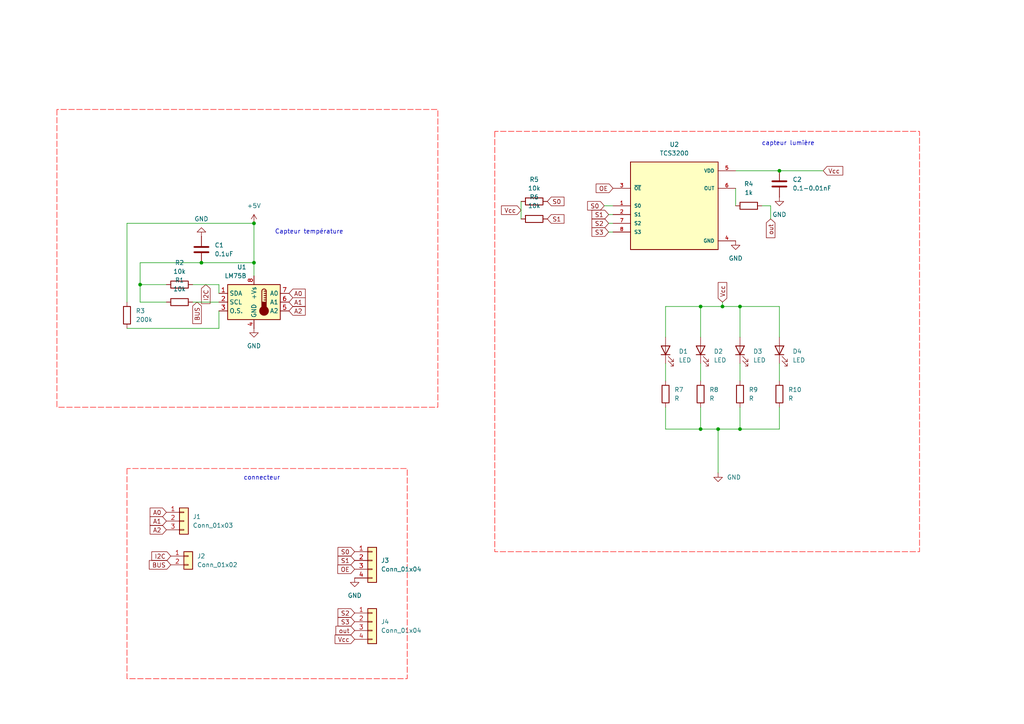
<source format=kicad_sch>
(kicad_sch (version 20250114) (generator "eeschema") (generator_version "9.0")
  (paper "A4")
  (lib_symbols
    (symbol "Connector_Generic:Conn_01x02" (pin_names (offset 1.016) (hide yes))
      (property "Reference" "J" (at 0 2.54 0))
      (property "Value" "Conn_01x02" (at 0 -5.08 0))
      (symbol "Conn_01x02_1_1"
        (rectangle (start -1.27 1.27) (end 1.27 -3.81) (stroke (width 0.254)) (fill (type background)))
        (rectangle (start -1.27 0.127) (end 0 -0.127) (stroke (width 0.1524)))
        (rectangle (start -1.27 -2.413) (end 0 -2.667) (stroke (width 0.1524)))
        (pin passive line (at -5.08 0 0) (length 3.81) (name "Pin_1") (number "1"))
        (pin passive line (at -5.08 -2.54 0) (length 3.81) (name "Pin_2") (number "2"))
      )
    )
    (symbol "Connector_Generic:Conn_01x03" (pin_names (offset 1.016) (hide yes))
      (property "Reference" "J" (at 0 5.08 0))
      (property "Value" "Conn_01x03" (at 0 -5.08 0))
      (symbol "Conn_01x03_1_1"
        (rectangle (start -1.27 3.81) (end 1.27 -3.81) (stroke (width 0.254)) (fill (type background)))
        (rectangle (start -1.27 2.667) (end 0 2.413) (stroke (width 0.1524)))
        (rectangle (start -1.27 0.127) (end 0 -0.127) (stroke (width 0.1524)))
        (rectangle (start -1.27 -2.413) (end 0 -2.667) (stroke (width 0.1524)))
        (pin passive line (at -5.08 2.54 0) (length 3.81) (name "Pin_1") (number "1"))
        (pin passive line (at -5.08 0 0) (length 3.81) (name "Pin_2") (number "2"))
        (pin passive line (at -5.08 -2.54 0) (length 3.81) (name "Pin_3") (number "3"))
      )
    )
    (symbol "Connector_Generic:Conn_01x04" (pin_names (offset 1.016) (hide yes))
      (property "Reference" "J" (at 0 5.08 0))
      (property "Value" "Conn_01x04" (at 0 -7.62 0))
      (symbol "Conn_01x04_1_1"
        (rectangle (start -1.27 3.81) (end 1.27 -6.35) (stroke (width 0.254)) (fill (type background)))
        (rectangle (start -1.27 2.667) (end 0 2.413) (stroke (width 0.1524)))
        (rectangle (start -1.27 0.127) (end 0 -0.127) (stroke (width 0.1524)))
        (rectangle (start -1.27 -2.413) (end 0 -2.667) (stroke (width 0.1524)))
        (rectangle (start -1.27 -4.953) (end 0 -5.207) (stroke (width 0.1524)))
        (pin passive line (at -5.08 2.54 0) (length 3.81) (name "Pin_1") (number "1"))
        (pin passive line (at -5.08 0 0) (length 3.81) (name "Pin_2") (number "2"))
        (pin passive line (at -5.08 -2.54 0) (length 3.81) (name "Pin_3") (number "3"))
        (pin passive line (at -5.08 -5.08 0) (length 3.81) (name "Pin_4") (number "4"))
      )
    )
    (symbol "Device:C" (pin_numbers (hide yes)) (pin_names (offset 0.254))
      (property "Reference" "C" (at 0.635 2.54 0))
      (property "Value" "C" (at 0.635 -2.54 0))
      (symbol "C_0_1"
        (polyline (pts (xy -2.032 0.762) (xy 2.032 0.762)) (stroke (width 0.508)))
        (polyline (pts (xy -2.032 -0.762) (xy 2.032 -0.762)) (stroke (width 0.508)))
      )
      (symbol "C_1_1"
        (pin passive line (at 0 3.81 270) (length 2.794) (name "~") (number "1"))
        (pin passive line (at 0 -3.81 90) (length 2.794) (name "~") (number "2"))
      )
    )
    (symbol "Device:LED" (pin_numbers (hide yes)) (pin_names (offset 1.016) (hide yes))
      (property "Reference" "D" (at 0 2.54 0))
      (property "Value" "LED" (at 0 -2.54 0))
      (symbol "LED_0_1"
        (polyline (pts (xy -3.048 -0.762) (xy -4.572 -2.286) (xy -3.81 -2.286) (xy -4.572 -2.286) (xy -4.572 -1.524)))
        (polyline (pts (xy -1.778 -0.762) (xy -3.302 -2.286) (xy -2.54 -2.286) (xy -3.302 -2.286) (xy -3.302 -1.524)))
        (polyline (pts (xy -1.27 0) (xy 1.27 0)))
        (polyline (pts (xy -1.27 -1.27) (xy -1.27 1.27)) (stroke (width 0.254)))
        (polyline (pts (xy 1.27 -1.27) (xy 1.27 1.27) (xy -1.27 0) (xy 1.27 -1.27)) (stroke (width 0.254)))
      )
      (symbol "LED_1_1"
        (pin passive line (at -3.81 0 0) (length 2.54) (name "K") (number "1"))
        (pin passive line (at 3.81 0 180) (length 2.54) (name "A") (number "2"))
      )
    )
    (symbol "Device:R" (pin_numbers (hide yes)) (pin_names (offset 0))
      (property "Reference" "R" (at 2.032 0 90))
      (property "Value" "R" (at 0 0 90))
      (symbol "R_0_1"
        (rectangle (start -1.016 -2.54) (end 1.016 2.54) (stroke (width 0.254)))
      )
      (symbol "R_1_1"
        (pin passive line (at 0 3.81 270) (length 1.27) (name "~") (number "1"))
        (pin passive line (at 0 -3.81 90) (length 1.27) (name "~") (number "2"))
      )
    )
    (symbol "Sensor_Temperature:LM75B"
      (property "Reference" "U" (at -6.35 11.43 0))
      (property "Value" "LM75B" (at 0 11.43 0))
      (symbol "LM75B_0_1"
        (rectangle (start -7.62 5.08) (end 7.62 -5.08) (stroke (width 0.254)) (fill (type background)))
        (polyline (pts (xy -3.556 3.175) (xy -3.556 0)) (stroke (width 0.254)))
        (polyline (pts (xy -3.556 3.175) (xy -2.921 3.175)) (stroke (width 0.254)))
        (polyline (pts (xy -3.556 2.54) (xy -2.921 2.54)) (stroke (width 0.254)))
        (polyline (pts (xy -3.556 1.905) (xy -2.921 1.905)) (stroke (width 0.254)))
        (polyline (pts (xy -3.556 1.27) (xy -2.921 1.27)) (stroke (width 0.254)))
        (polyline (pts (xy -3.556 0.635) (xy -2.921 0.635)) (stroke (width 0.254)))
        (rectangle (start -3.556 0) (end -2.286 -1.905) (stroke (width 0.254)) (fill (type outline)))
        (arc (start -3.556 3.175) (mid -2.921 3.8073) (end -2.286 3.175) (stroke (width 0.254)))
        (circle (center -2.921 -2.54) (radius 1.27) (stroke (width 0.254)) (fill (type outline)))
        (polyline (pts (xy -2.286 3.175) (xy -2.286 0)) (stroke (width 0.254)))
      )
      (symbol "LM75B_1_1"
        (pin input line (at -10.16 2.54 0) (length 2.54) (name "A0") (number "7"))
        (pin input line (at -10.16 0 0) (length 2.54) (name "A1") (number "6"))
        (pin input line (at -10.16 -2.54 0) (length 2.54) (name "A2") (number "5"))
        (pin power_in line (at 0 7.62 270) (length 2.54) (name "+Vs") (number "8"))
        (pin power_in line (at 0 -7.62 90) (length 2.54) (name "GND") (number "4"))
        (pin bidirectional line (at 10.16 2.54 180) (length 2.54) (name "SDA") (number "1"))
        (pin input line (at 10.16 0 180) (length 2.54) (name "SCL") (number "2"))
        (pin open_collector line (at 10.16 -2.54 180) (length 2.54) (name "O.S.") (number "3"))
      )
    )
    (symbol "TCS3200:TCS3200" (pin_names (offset 1.016))
      (property "Reference" "U" (at -12.7 13.7 0))
      (property "Value" "TCS3200" (at -12.7 -15.24 0))
      (symbol "TCS3200_0_0"
        (rectangle (start -12.7 -12.7) (end 12.7 12.7) (stroke (width 0.254)) (fill (type background)))
        (pin input line (at -17.78 5.08 0) (length 5.08) (name "~{OE}") (number "3"))
        (pin input line (at -17.78 0 0) (length 5.08) (name "S0") (number "1"))
        (pin input line (at -17.78 -2.54 0) (length 5.08) (name "S1") (number "2"))
        (pin input line (at -17.78 -5.08 0) (length 5.08) (name "S2") (number "7"))
        (pin input line (at -17.78 -7.62 0) (length 5.08) (name "S3") (number "8"))
        (pin power_in line (at 17.78 10.16 180) (length 5.08) (name "VDD") (number "5"))
        (pin output line (at 17.78 5.08 180) (length 5.08) (name "OUT") (number "6"))
        (pin power_in line (at 17.78 -10.16 180) (length 5.08) (name "GND") (number "4"))
      )
    )
    (symbol "power:+5V" (power) (pin_numbers (hide yes)) (pin_names (offset 0) (hide yes))
      (property "Value" "+5V" (at 0 3.556 0))
      (symbol "+5V_0_1"
        (polyline (pts (xy -0.762 1.27) (xy 0 2.54)))
        (polyline (pts (xy 0 2.54) (xy 0.762 1.27)))
        (polyline (pts (xy 0 0) (xy 0 2.54)))
      )
      (symbol "+5V_1_1"
        (pin power_in line (at 0 0 90) (length 0) (name "~") (number "1"))
      )
    )
    (symbol "power:GND" (power) (pin_numbers (hide yes)) (pin_names (offset 0) (hide yes))
      (property "Value" "GND" (at 0 -3.81 0))
      (symbol "GND_0_1"
        (polyline (pts (xy 0 0) (xy 0 -1.27) (xy 1.27 -1.27) (xy 0 -2.54) (xy -1.27 -1.27) (xy 0 -1.27)))
      )
      (symbol "GND_1_1"
        (pin power_in line (at 0 0 270) (length 0) (name "~") (number "1"))
      )
    )
  )
  (text "capteur lumière\n" (at 228.6 41.656 0) (effects (font (size 1.27 1.27))))
  (text "connecteur\n" (at 75.946 138.684 0) (effects (font (size 1.27 1.27))))
  (text "Capteur température\n" (at 89.662 67.31 0) (effects (font (size 1.27 1.27))))
  (junction (at 208.28 124.46))
  (junction (at 214.63 88.9))
  (junction (at 214.63 124.46))
  (junction (at 58.42 76.2))
  (junction (at 203.2 124.46))
  (junction (at 73.66 64.77))
  (junction (at 40.64 82.55))
  (junction (at 203.2 88.9))
  (junction (at 73.66 76.2))
  (junction (at 209.55 88.9))
  (junction (at 226.06 49.53))
  (wire (pts (xy 193.04 105.41) (xy 193.04 110.49)))
  (wire (pts (xy 193.04 88.9) (xy 203.2 88.9)))
  (wire (pts (xy 214.63 88.9) (xy 214.63 97.79)))
  (wire (pts (xy 40.64 82.55) (xy 40.64 76.2)))
  (wire (pts (xy 175.26 59.69) (xy 177.8 59.69)))
  (wire (pts (xy 214.63 118.11) (xy 214.63 124.46)))
  (wire (pts (xy 223.52 59.69) (xy 220.98 59.69)))
  (wire (pts (xy 63.5 95.25) (xy 63.5 90.17)))
  (wire (pts (xy 40.64 76.2) (xy 58.42 76.2)))
  (wire (pts (xy 176.53 64.77) (xy 177.8 64.77)))
  (wire (pts (xy 209.55 88.9) (xy 214.63 88.9)))
  (wire (pts (xy 208.28 124.46) (xy 214.63 124.46)))
  (wire (pts (xy 193.04 118.11) (xy 193.04 124.46)))
  (wire (pts (xy 55.88 87.63) (xy 63.5 87.63)))
  (wire (pts (xy 209.55 87.63) (xy 209.55 88.9)))
  (wire (pts (xy 214.63 105.41) (xy 214.63 110.49)))
  (wire (pts (xy 63.5 82.55) (xy 63.5 85.09)))
  (wire (pts (xy 193.04 124.46) (xy 203.2 124.46)))
  (wire (pts (xy 55.88 82.55) (xy 63.5 82.55)))
  (wire (pts (xy 73.66 64.77) (xy 73.66 76.2)))
  (wire (pts (xy 36.83 64.77) (xy 73.66 64.77)))
  (wire (pts (xy 176.53 62.23) (xy 177.8 62.23)))
  (wire (pts (xy 151.13 58.42) (xy 151.13 63.5)))
  (wire (pts (xy 176.53 67.31) (xy 177.8 67.31)))
  (wire (pts (xy 223.52 63.5) (xy 223.52 59.69)))
  (wire (pts (xy 213.36 59.69) (xy 213.36 54.61)))
  (wire (pts (xy 40.64 87.63) (xy 40.64 82.55)))
  (wire (pts (xy 226.06 88.9) (xy 226.06 97.79)))
  (wire (pts (xy 36.83 95.25) (xy 63.5 95.25)))
  (wire (pts (xy 48.26 87.63) (xy 40.64 87.63)))
  (wire (pts (xy 203.2 124.46) (xy 208.28 124.46)))
  (wire (pts (xy 40.64 82.55) (xy 48.26 82.55)))
  (wire (pts (xy 203.2 88.9) (xy 203.2 97.79)))
  (wire (pts (xy 203.2 88.9) (xy 209.55 88.9)))
  (wire (pts (xy 203.2 118.11) (xy 203.2 124.46)))
  (wire (pts (xy 203.2 105.41) (xy 203.2 110.49)))
  (wire (pts (xy 214.63 88.9) (xy 226.06 88.9)))
  (wire (pts (xy 208.28 137.16) (xy 208.28 124.46)))
  (wire (pts (xy 226.06 49.53) (xy 213.36 49.53)))
  (wire (pts (xy 214.63 124.46) (xy 226.06 124.46)))
  (wire (pts (xy 238.76 49.53) (xy 226.06 49.53)))
  (wire (pts (xy 36.83 87.63) (xy 36.83 64.77)))
  (wire (pts (xy 226.06 124.46) (xy 226.06 118.11)))
  (wire (pts (xy 58.42 76.2) (xy 73.66 76.2)))
  (wire (pts (xy 193.04 97.79) (xy 193.04 88.9)))
  (wire (pts (xy 73.66 76.2) (xy 73.66 80.01)))
  (wire (pts (xy 226.06 105.41) (xy 226.06 110.49)))
  (global_label "S1" (shape input) (at 176.53 62.23 180) (property "Intersheetrefs" "${INTERSHEET_REFS}" (effects (hide yes))))
  (global_label "A1" (shape input) (at 48.26 151.13 180) (property "Intersheetrefs" "${INTERSHEET_REFS}" (effects (hide yes))))
  (global_label "BUS" (shape input) (at 49.53 163.83 180) (property "Intersheetrefs" "${INTERSHEET_REFS}" (effects (hide yes))))
  (global_label "S1" (shape input) (at 158.75 63.5 0) (property "Intersheetrefs" "${INTERSHEET_REFS}" (effects (hide yes))))
  (global_label "S2" (shape input) (at 102.87 177.8 180) (property "Intersheetrefs" "${INTERSHEET_REFS}" (effects (hide yes))))
  (global_label "Vcc" (shape input) (at 102.87 185.42 180) (property "Intersheetrefs" "${INTERSHEET_REFS}" (effects (hide yes))))
  (global_label "Vcc" (shape input) (at 209.55 87.63 90) (property "Intersheetrefs" "${INTERSHEET_REFS}" (effects (hide yes))))
  (global_label "S3" (shape input) (at 176.53 67.31 180) (property "Intersheetrefs" "${INTERSHEET_REFS}" (effects (hide yes))))
  (global_label "S0" (shape input) (at 102.87 160.02 180) (property "Intersheetrefs" "${INTERSHEET_REFS}" (effects (hide yes))))
  (global_label "A2" (shape input) (at 48.26 153.67 180) (property "Intersheetrefs" "${INTERSHEET_REFS}" (effects (hide yes))))
  (global_label "I2C" (shape input) (at 49.53 161.29 180) (property "Intersheetrefs" "${INTERSHEET_REFS}" (effects (hide yes))))
  (global_label "A0" (shape input) (at 83.82 85.09 0) (property "Intersheetrefs" "${INTERSHEET_REFS}" (effects (hide yes))))
  (global_label "S1" (shape input) (at 102.87 162.56 180) (property "Intersheetrefs" "${INTERSHEET_REFS}" (effects (hide yes))))
  (global_label "A0" (shape input) (at 48.26 148.59 180) (property "Intersheetrefs" "${INTERSHEET_REFS}" (effects (hide yes))))
  (global_label "OE" (shape input) (at 102.87 165.1 180) (property "Intersheetrefs" "${INTERSHEET_REFS}" (effects (hide yes))))
  (global_label "OE" (shape input) (at 177.8 54.61 180) (property "Intersheetrefs" "${INTERSHEET_REFS}" (effects (hide yes))))
  (global_label "S2" (shape input) (at 176.53 64.77 180) (property "Intersheetrefs" "${INTERSHEET_REFS}" (effects (hide yes))))
  (global_label "out" (shape input) (at 102.87 182.88 180) (property "Intersheetrefs" "${INTERSHEET_REFS}" (effects (hide yes))))
  (global_label "S3" (shape input) (at 102.87 180.34 180) (property "Intersheetrefs" "${INTERSHEET_REFS}" (effects (hide yes))))
  (global_label "BUS" (shape input) (at 57.15 87.63 270) (property "Intersheetrefs" "${INTERSHEET_REFS}" (effects (hide yes))))
  (global_label "S0" (shape input) (at 158.75 58.42 0) (property "Intersheetrefs" "${INTERSHEET_REFS}" (effects (hide yes))))
  (global_label "S0" (shape input) (at 175.26 59.69 180) (property "Intersheetrefs" "${INTERSHEET_REFS}" (effects (hide yes))))
  (global_label "Vcc" (shape input) (at 151.13 60.96 180) (property "Intersheetrefs" "${INTERSHEET_REFS}" (effects (hide yes))))
  (global_label "I2C" (shape input) (at 59.69 82.55 270) (property "Intersheetrefs" "${INTERSHEET_REFS}" (effects (hide yes))))
  (global_label "A2" (shape input) (at 83.82 90.17 0) (property "Intersheetrefs" "${INTERSHEET_REFS}" (effects (hide yes))))
  (global_label "Vcc" (shape input) (at 238.76 49.53 0) (property "Intersheetrefs" "${INTERSHEET_REFS}" (effects (hide yes))))
  (global_label "out" (shape input) (at 223.52 63.5 270) (property "Intersheetrefs" "${INTERSHEET_REFS}" (effects (hide yes))))
  (global_label "A1" (shape input) (at 83.82 87.63 0) (property "Intersheetrefs" "${INTERSHEET_REFS}" (effects (hide yes))))
  (rule_area (polyline (pts (xy 36.83 135.89) (xy 36.83 196.85) (xy 118.11 196.85) (xy 118.11 135.89)) (stroke (width 0) (type dash))))
  (rule_area (polyline (pts (xy 16.51 31.75) (xy 16.51 118.11) (xy 125.73 118.11) (xy 127 118.11) (xy 127 31.75)) (stroke (width 0) (type dash))))
  (rule_area (polyline (pts (xy 143.51 38.1) (xy 143.51 160.02) (xy 266.7 160.02) (xy 266.7 38.1)) (stroke (width 0) (type dash))))
  (symbol (lib_id "Device:C") (at 58.42 72.39 0) (unit 1)
    (property "Reference" "C1" (at 62.23 71.1199 0) (effects (justify left)))
    (property "Value" "0.1uF" (at 62.23 73.6599 0) (effects (justify left)))
    (property "Description" "Unpolarized capacitor" (effects (hide yes)))
  )
  (symbol (lib_id "Device:LED") (at 203.2 101.6 90) (unit 1)
    (property "Reference" "D2" (at 207.01 101.9174 90) (effects (justify right)))
    (property "Value" "LED" (at 207.01 104.4574 90) (effects (justify right)))
    (property "Description" "Light emitting diode" (effects (hide yes)))
    (property "Sim.Pins" "1=K 2=A" (effects (hide yes)))
  )
  (symbol (lib_id "Device:R") (at 52.07 87.63 90) (unit 1)
    (property "Reference" "R1" (at 52.07 81.28 90))
    (property "Value" "10k" (at 52.07 83.82 90))
    (property "Description" "Resistor" (effects (hide yes)))
  )
  (symbol (lib_id "Device:LED") (at 214.63 101.6 90) (unit 1)
    (property "Reference" "D3" (at 218.44 101.9174 90) (effects (justify right)))
    (property "Value" "LED" (at 218.44 104.4574 90) (effects (justify right)))
    (property "Description" "Light emitting diode" (effects (hide yes)))
    (property "Sim.Pins" "1=K 2=A" (effects (hide yes)))
  )
  (symbol (lib_id "Device:R") (at 154.94 58.42 90) (unit 1)
    (property "Reference" "R5" (at 154.94 52.07 90))
    (property "Value" "10k" (at 154.94 54.61 90))
    (property "Description" "Resistor" (effects (hide yes)))
  )
  (symbol (lib_id "power:GND") (at 58.42 68.58 180) (unit 1)
    (property "Reference" "#PWR01" (effects (hide yes)))
    (property "Value" "GND" (at 58.42 63.5 0))
    (property "Description" "Power symbol creates a global label with name \"GND\" , ground" (effects (hide yes)))
  )
  (symbol (lib_id "Connector_Generic:Conn_01x02") (at 54.61 161.29 0) (unit 1)
    (property "Reference" "J2" (at 57.15 161.2899 0) (effects (justify left)))
    (property "Value" "Conn_01x02" (at 57.15 163.8299 0) (effects (justify left)))
    (property "Description" "Generic connector, single row, 01x02, script generated (kicad-library-utils/schlib/autogen/connector/)" (effects (hide yes)))
  )
  (symbol (lib_id "Device:R") (at 52.07 82.55 90) (unit 1)
    (property "Reference" "R2" (at 52.07 76.2 90))
    (property "Value" "10k" (at 52.07 78.74 90))
    (property "Description" "Resistor" (effects (hide yes)))
  )
  (symbol (lib_id "power:GND") (at 208.28 137.16 0) (unit 1)
    (property "Reference" "#PWR07" (effects (hide yes)))
    (property "Value" "GND" (at 210.82 138.4299 0) (effects (justify left)))
    (property "Description" "Power symbol creates a global label with name \"GND\" , ground" (effects (hide yes)))
  )
  (symbol (lib_id "Device:R") (at 203.2 114.3 0) (unit 1)
    (property "Reference" "R8" (at 205.74 113.0299 0) (effects (justify left)))
    (property "Value" "R" (at 205.74 115.5699 0) (effects (justify left)))
    (property "Description" "Resistor" (effects (hide yes)))
  )
  (symbol (lib_id "Device:R") (at 217.17 59.69 90) (unit 1)
    (property "Reference" "R4" (at 217.17 53.34 90))
    (property "Value" "1k" (at 217.17 55.88 90))
    (property "Description" "Resistor" (effects (hide yes)))
  )
  (symbol (lib_id "Connector_Generic:Conn_01x03") (at 53.34 151.13 0) (unit 1)
    (property "Reference" "J1" (at 55.88 149.8599 0) (effects (justify left)))
    (property "Value" "Conn_01x03" (at 55.88 152.3999 0) (effects (justify left)))
    (property "Description" "Generic connector, single row, 01x03, script generated (kicad-library-utils/schlib/autogen/connector/)" (effects (hide yes)))
  )
  (symbol (lib_id "Connector_Generic:Conn_01x04") (at 107.95 180.34 0) (unit 1)
    (property "Reference" "J4" (at 110.49 180.3399 0) (effects (justify left)))
    (property "Value" "Conn_01x04" (at 110.49 182.8799 0) (effects (justify left)))
    (property "Description" "Generic connector, single row, 01x04, script generated (kicad-library-utils/schlib/autogen/connector/)" (effects (hide yes)))
  )
  (symbol (lib_id "power:GND") (at 213.36 69.85 0) (unit 1)
    (property "Reference" "#PWR06" (effects (hide yes)))
    (property "Value" "GND" (at 213.36 74.93 0))
    (property "Description" "Power symbol creates a global label with name \"GND\" , ground" (effects (hide yes)))
  )
  (symbol (lib_id "Device:LED") (at 193.04 101.6 90) (unit 1)
    (property "Reference" "D1" (at 196.85 101.9174 90) (effects (justify right)))
    (property "Value" "LED" (at 196.85 104.4574 90) (effects (justify right)))
    (property "Description" "Light emitting diode" (effects (hide yes)))
    (property "Sim.Pins" "1=K 2=A" (effects (hide yes)))
  )
  (symbol (lib_id "Device:R") (at 214.63 114.3 0) (unit 1)
    (property "Reference" "R9" (at 217.17 113.0299 0) (effects (justify left)))
    (property "Value" "R" (at 217.17 115.5699 0) (effects (justify left)))
    (property "Description" "Resistor" (effects (hide yes)))
  )
  (symbol (lib_id "Device:R") (at 193.04 114.3 0) (unit 1)
    (property "Reference" "R7" (at 195.58 113.0299 0) (effects (justify left)))
    (property "Value" "R" (at 195.58 115.5699 0) (effects (justify left)))
    (property "Description" "Resistor" (effects (hide yes)))
  )
  (symbol (lib_id "TCS3200:TCS3200") (at 195.58 59.69 0) (unit 1)
    (property "Reference" "U2" (at 195.58 41.91 0))
    (property "Value" "TCS3200" (at 195.58 44.45 0))
    (property "Footprint" "TCS3200:SOIC127P600X175-8N" (effects (hide yes)))
    (property "MF" "ams" (effects (hide yes)))
    (property "Description_1" "Light to Frequency Ambient Light Sensor Digital 5V 8-Pin SOIC T/R" (effects (hide yes)))
    (property "Package" "SOIC-8 ams" (effects (hide yes)))
    (property "Price" "None" (effects (hide yes)))
    (property "SnapEDA_Link" "https://www.snapeda.com/parts/TCS3200/ams/view-part/?ref=snap" (effects (hide yes)))
    (property "MP" "TCS3200" (effects (hide yes)))
    (property "Availability" "Not in stock" (effects (hide yes)))
    (property "Check_prices" "https://www.snapeda.com/parts/TCS3200/ams/view-part/?ref=eda" (effects (hide yes)))
  )
  (symbol (lib_id "power:GND") (at 102.87 167.64 0) (unit 1)
    (property "Reference" "#PWR08" (effects (hide yes)))
    (property "Value" "GND" (at 102.87 172.72 0))
    (property "Description" "Power symbol creates a global label with name \"GND\" , ground" (effects (hide yes)))
  )
  (symbol (lib_id "Device:C") (at 226.06 53.34 0) (unit 1)
    (property "Reference" "C2" (at 229.87 52.0699 0) (effects (justify left)))
    (property "Value" "0.1-0.01nF" (at 229.87 54.6099 0) (effects (justify left)))
    (property "Description" "Unpolarized capacitor" (effects (hide yes)))
  )
  (symbol (lib_id "Device:R") (at 226.06 114.3 0) (unit 1)
    (property "Reference" "R10" (at 228.6 113.0299 0) (effects (justify left)))
    (property "Value" "R" (at 228.6 115.5699 0) (effects (justify left)))
    (property "Description" "Resistor" (effects (hide yes)))
  )
  (symbol (lib_id "Device:R") (at 154.94 63.5 90) (unit 1)
    (property "Reference" "R6" (at 154.94 57.15 90))
    (property "Value" "10k" (at 154.94 59.69 90))
    (property "Description" "Resistor" (effects (hide yes)))
  )
  (symbol (lib_id "Sensor_Temperature:LM75B") (at 73.66 87.63 0) (mirror y) (unit 1)
    (property "Reference" "U1" (at 71.5167 77.47 0) (effects (justify left)))
    (property "Value" "LM75B" (at 71.5167 80.01 0) (effects (justify left)))
    (property "Datasheet" "http://www.ti.com/lit/ds/symlink/lm75b.pdf" (effects (hide yes)))
    (property "Description" "Digital Temperature Sensor & Thermal Watchdog with LP on I2C and bus fault timeout, SOIC-8 and VSSOP-8" (effects (hide yes)))
  )
  (symbol (lib_id "power:GND") (at 226.06 57.15 0) (unit 1)
    (property "Reference" "#PWR05" (effects (hide yes)))
    (property "Value" "GND" (at 226.06 62.23 0))
    (property "Description" "Power symbol creates a global label with name \"GND\" , ground" (effects (hide yes)))
  )
  (symbol (lib_id "Connector_Generic:Conn_01x04") (at 107.95 162.56 0) (unit 1)
    (property "Reference" "J3" (at 110.49 162.5599 0) (effects (justify left)))
    (property "Value" "Conn_01x04" (at 110.49 165.0999 0) (effects (justify left)))
    (property "Description" "Generic connector, single row, 01x04, script generated (kicad-library-utils/schlib/autogen/connector/)" (effects (hide yes)))
  )
  (symbol (lib_id "Device:R") (at 36.83 91.44 0) (unit 1)
    (property "Reference" "R3" (at 39.37 90.1699 0) (effects (justify left)))
    (property "Value" "200k" (at 39.37 92.7099 0) (effects (justify left)))
    (property "Description" "Resistor" (effects (hide yes)))
  )
  (symbol (lib_id "Device:LED") (at 226.06 101.6 90) (unit 1)
    (property "Reference" "D4" (at 229.87 101.9174 90) (effects (justify right)))
    (property "Value" "LED" (at 229.87 104.4574 90) (effects (justify right)))
    (property "Description" "Light emitting diode" (effects (hide yes)))
    (property "Sim.Pins" "1=K 2=A" (effects (hide yes)))
  )
  (symbol (lib_id "power:+5V") (at 73.66 64.77 0) (unit 1)
    (property "Reference" "#PWR04" (effects (hide yes)))
    (property "Value" "+5V" (at 73.66 59.69 0))
    (property "Description" "Power symbol creates a global label with name \"+5V\"" (effects (hide yes)))
  )
  (symbol (lib_id "power:GND") (at 73.66 95.25 0) (unit 1)
    (property "Reference" "#PWR03" (effects (hide yes)))
    (property "Value" "GND" (at 73.66 100.33 0))
    (property "Description" "Power symbol creates a global label with name \"GND\" , ground" (effects (hide yes)))
  )
)
</source>
